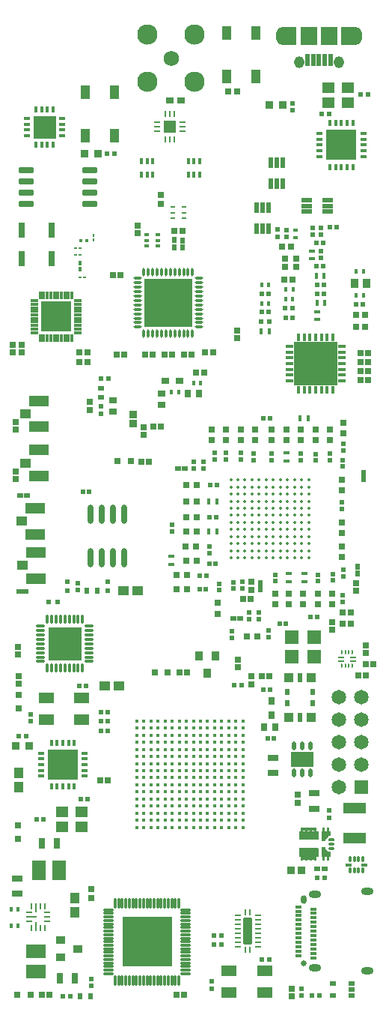
<source format=gts>
G04*
G04 #@! TF.GenerationSoftware,Altium Limited,Altium Designer,25.1.2 (22)*
G04*
G04 Layer_Color=8388736*
%FSLAX44Y44*%
%MOMM*%
G71*
G04*
G04 #@! TF.SameCoordinates,95D3A89C-EAAA-4EA1-B578-E8640D1D2C9C*
G04*
G04*
G04 #@! TF.FilePolarity,Negative*
G04*
G01*
G75*
%ADD20R,0.5121X0.5811*%
%ADD21R,0.4000X0.5000*%
%ADD24R,2.5000X1.2500*%
%ADD25R,0.7154X0.6725*%
%ADD33R,0.5200X0.5200*%
%ADD35R,0.5200X0.5200*%
%ADD37R,0.6000X0.5500*%
%ADD38R,0.5393X0.4725*%
%ADD39R,0.7581X0.8121*%
%ADD40R,1.2084X1.0121*%
%ADD42R,0.6725X0.5274*%
%ADD43R,0.3556X0.7366*%
%ADD44R,0.5811X0.5121*%
%ADD45R,0.5000X0.5000*%
%ADD48R,1.0121X1.2084*%
%ADD51R,0.6153X0.5725*%
%ADD52R,0.3500X0.6500*%
%ADD53R,0.5000X0.4000*%
%ADD54R,0.6725X0.7154*%
%ADD55R,0.4725X0.4682*%
%ADD56R,0.5153X0.4725*%
%ADD60R,0.6500X0.3500*%
%ADD61R,0.4682X0.4725*%
%ADD65R,0.4725X0.5153*%
%ADD66R,0.5725X0.6153*%
%ADD68R,0.2627X0.3541*%
%ADD69R,0.3541X0.2627*%
%ADD75R,2.3062X1.5549*%
%ADD76R,1.5549X2.3062*%
G04:AMPARAMS|DCode=77|XSize=0.625mm|YSize=0.25mm|CornerRadius=0.05mm|HoleSize=0mm|Usage=FLASHONLY|Rotation=180.000|XOffset=0mm|YOffset=0mm|HoleType=Round|Shape=RoundedRectangle|*
%AMROUNDEDRECTD77*
21,1,0.6250,0.1500,0,0,180.0*
21,1,0.5250,0.2500,0,0,180.0*
1,1,0.1000,-0.2625,0.0750*
1,1,0.1000,0.2625,0.0750*
1,1,0.1000,0.2625,-0.0750*
1,1,0.1000,-0.2625,-0.0750*
%
%ADD77ROUNDEDRECTD77*%
G04:AMPARAMS|DCode=78|XSize=0.25mm|YSize=0.675mm|CornerRadius=0.05mm|HoleSize=0mm|Usage=FLASHONLY|Rotation=180.000|XOffset=0mm|YOffset=0mm|HoleType=Round|Shape=RoundedRectangle|*
%AMROUNDEDRECTD78*
21,1,0.2500,0.5750,0,0,180.0*
21,1,0.1500,0.6750,0,0,180.0*
1,1,0.1000,-0.0750,0.2875*
1,1,0.1000,0.0750,0.2875*
1,1,0.1000,0.0750,-0.2875*
1,1,0.1000,-0.0750,-0.2875*
%
%ADD78ROUNDEDRECTD78*%
G04:AMPARAMS|DCode=79|XSize=0.25mm|YSize=0.975mm|CornerRadius=0.05mm|HoleSize=0mm|Usage=FLASHONLY|Rotation=180.000|XOffset=0mm|YOffset=0mm|HoleType=Round|Shape=RoundedRectangle|*
%AMROUNDEDRECTD79*
21,1,0.2500,0.8750,0,0,180.0*
21,1,0.1500,0.9750,0,0,180.0*
1,1,0.1000,-0.0750,0.4375*
1,1,0.1000,0.0750,0.4375*
1,1,0.1000,0.0750,-0.4375*
1,1,0.1000,-0.0750,-0.4375*
%
%ADD79ROUNDEDRECTD79*%
G04:AMPARAMS|DCode=80|XSize=1.225mm|YSize=0.25mm|CornerRadius=0.05mm|HoleSize=0mm|Usage=FLASHONLY|Rotation=180.000|XOffset=0mm|YOffset=0mm|HoleType=Round|Shape=RoundedRectangle|*
%AMROUNDEDRECTD80*
21,1,1.2250,0.1500,0,0,180.0*
21,1,1.1250,0.2500,0,0,180.0*
1,1,0.1000,-0.5625,0.0750*
1,1,0.1000,0.5625,0.0750*
1,1,0.1000,0.5625,-0.0750*
1,1,0.1000,-0.5625,-0.0750*
%
%ADD80ROUNDEDRECTD80*%
%ADD84C,0.4000*%
G04:AMPARAMS|DCode=86|XSize=0.6mm|YSize=0.25mm|CornerRadius=0.05mm|HoleSize=0mm|Usage=FLASHONLY|Rotation=0.000|XOffset=0mm|YOffset=0mm|HoleType=Round|Shape=RoundedRectangle|*
%AMROUNDEDRECTD86*
21,1,0.6000,0.1500,0,0,0.0*
21,1,0.5000,0.2500,0,0,0.0*
1,1,0.1000,0.2500,-0.0750*
1,1,0.1000,-0.2500,-0.0750*
1,1,0.1000,-0.2500,0.0750*
1,1,0.1000,0.2500,0.0750*
%
%ADD86ROUNDEDRECTD86*%
%ADD87R,0.4725X0.6725*%
%ADD89R,0.3500X0.8000*%
%ADD91R,2.5000X2.5000*%
%ADD93R,0.4500X0.6750*%
%ADD94R,0.6750X0.4500*%
%ADD95C,0.3556*%
%ADD96R,0.6096X0.2540*%
%ADD97R,0.7112X0.1778*%
G04:AMPARAMS|DCode=98|XSize=0.95mm|YSize=0.3mm|CornerRadius=0.15mm|HoleSize=0mm|Usage=FLASHONLY|Rotation=270.000|XOffset=0mm|YOffset=0mm|HoleType=Round|Shape=RoundedRectangle|*
%AMROUNDEDRECTD98*
21,1,0.9500,0.0000,0,0,270.0*
21,1,0.6500,0.3000,0,0,270.0*
1,1,0.3000,0.0000,-0.3250*
1,1,0.3000,0.0000,0.3250*
1,1,0.3000,0.0000,0.3250*
1,1,0.3000,0.0000,-0.3250*
%
%ADD98ROUNDEDRECTD98*%
G04:AMPARAMS|DCode=99|XSize=0.3mm|YSize=0.95mm|CornerRadius=0.15mm|HoleSize=0mm|Usage=FLASHONLY|Rotation=270.000|XOffset=0mm|YOffset=0mm|HoleType=Round|Shape=RoundedRectangle|*
%AMROUNDEDRECTD99*
21,1,0.3000,0.6500,0,0,270.0*
21,1,0.0000,0.9500,0,0,270.0*
1,1,0.3000,-0.3250,0.0000*
1,1,0.3000,-0.3250,0.0000*
1,1,0.3000,0.3250,0.0000*
1,1,0.3000,0.3250,0.0000*
%
%ADD99ROUNDEDRECTD99*%
%ADD100R,0.6393X0.5725*%
%ADD101R,0.5000X0.5000*%
%ADD102R,0.8121X0.7581*%
%ADD104R,1.5000X1.6000*%
%ADD106R,0.7000X0.3000*%
G04:AMPARAMS|DCode=107|XSize=0.25mm|YSize=0.6mm|CornerRadius=0.05mm|HoleSize=0mm|Usage=FLASHONLY|Rotation=0.000|XOffset=0mm|YOffset=0mm|HoleType=Round|Shape=RoundedRectangle|*
%AMROUNDEDRECTD107*
21,1,0.2500,0.5000,0,0,0.0*
21,1,0.1500,0.6000,0,0,0.0*
1,1,0.1000,0.0750,-0.2500*
1,1,0.1000,-0.0750,-0.2500*
1,1,0.1000,-0.0750,0.2500*
1,1,0.1000,0.0750,0.2500*
%
%ADD107ROUNDEDRECTD107*%
%ADD108R,0.8500X0.6500*%
%ADD109R,0.1778X0.7112*%
%ADD110R,1.4478X1.4478*%
%ADD111R,0.5000X0.3500*%
%ADD112R,5.5000X5.5000*%
%ADD113R,1.4000X1.2000*%
%ADD114R,0.9051X0.9062*%
%ADD115R,0.8000X1.7000*%
%ADD118R,1.0000X1.0000*%
%ADD121R,1.8000X1.2000*%
G04:AMPARAMS|DCode=123|XSize=0.2mm|YSize=0.5mm|CornerRadius=0.05mm|HoleSize=0mm|Usage=FLASHONLY|Rotation=0.000|XOffset=0mm|YOffset=0mm|HoleType=Round|Shape=RoundedRectangle|*
%AMROUNDEDRECTD123*
21,1,0.2000,0.4000,0,0,0.0*
21,1,0.1000,0.5000,0,0,0.0*
1,1,0.1000,0.0500,-0.2000*
1,1,0.1000,-0.0500,-0.2000*
1,1,0.1000,-0.0500,0.2000*
1,1,0.1000,0.0500,0.2000*
%
%ADD123ROUNDEDRECTD123*%
%ADD124R,0.8000X0.8000*%
%ADD129R,0.8000X0.8000*%
%ADD130R,0.9500X0.7000*%
%ADD131R,0.7000X0.9500*%
%ADD132R,0.8000X0.3500*%
%ADD134R,0.3500X0.4000*%
%ADD135R,0.5500X0.5500*%
%ADD139C,1.7300*%
%ADD143R,0.4627X0.5541*%
%ADD144R,0.6000X0.6500*%
%ADD145R,0.6000X1.0000*%
%ADD149R,2.3000X1.1500*%
%ADD150R,1.1500X1.1000*%
%ADD151R,1.0000X1.6000*%
%ADD152R,0.5500X0.5500*%
%ADD153R,0.9000X1.0000*%
%ADD154R,0.7500X0.7000*%
%ADD155R,3.8000X3.8000*%
%ADD156O,0.3800X1.0000*%
%ADD157O,1.0000X0.3800*%
%ADD158R,0.6500X0.7000*%
G04:AMPARAMS|DCode=159|XSize=0.5mm|YSize=0.75mm|CornerRadius=0.1mm|HoleSize=0mm|Usage=FLASHONLY|Rotation=270.000|XOffset=0mm|YOffset=0mm|HoleType=Round|Shape=RoundedRectangle|*
%AMROUNDEDRECTD159*
21,1,0.5000,0.5500,0,0,270.0*
21,1,0.3000,0.7500,0,0,270.0*
1,1,0.2000,-0.2750,-0.1500*
1,1,0.2000,-0.2750,0.1500*
1,1,0.2000,0.2750,0.1500*
1,1,0.2000,0.2750,-0.1500*
%
%ADD159ROUNDEDRECTD159*%
%ADD160R,0.7000X0.6500*%
%ADD161R,0.7000X0.7500*%
%ADD162R,0.8200X0.8200*%
%ADD163R,1.1500X1.1000*%
%ADD164R,2.3000X1.1500*%
%ADD165R,0.8500X0.4000*%
%ADD166R,0.4000X0.8500*%
%ADD167R,4.9000X4.9000*%
%ADD168R,0.9000X1.0500*%
%ADD169R,0.5500X1.1500*%
%ADD170R,1.1500X0.5500*%
G04:AMPARAMS|DCode=171|XSize=1.71mm|YSize=0.68mm|CornerRadius=0.1225mm|HoleSize=0mm|Usage=FLASHONLY|Rotation=180.000|XOffset=0mm|YOffset=0mm|HoleType=Round|Shape=RoundedRectangle|*
%AMROUNDEDRECTD171*
21,1,1.7100,0.4350,0,0,180.0*
21,1,1.4650,0.6800,0,0,180.0*
1,1,0.2450,-0.7325,0.2175*
1,1,0.2450,0.7325,0.2175*
1,1,0.2450,0.7325,-0.2175*
1,1,0.2450,-0.7325,-0.2175*
%
%ADD171ROUNDEDRECTD171*%
%ADD172O,0.3000X1.2500*%
%ADD173O,1.2500X0.3000*%
%ADD174R,5.5500X5.5500*%
%ADD175R,1.1500X0.7500*%
%ADD176R,0.7500X1.1500*%
%ADD177O,0.7500X0.4000*%
%ADD178O,0.4000X0.7500*%
%ADD179R,3.5000X3.5000*%
%ADD180R,0.7500X0.7500*%
%ADD181R,1.9000X2.0000*%
%ADD182R,0.5000X1.4500*%
%ADD183R,3.4000X3.4000*%
%ADD184R,0.8000X0.7500*%
%ADD185C,0.0262*%
G04:AMPARAMS|DCode=186|XSize=1mm|YSize=3mm|CornerRadius=0.05mm|HoleSize=0mm|Usage=FLASHONLY|Rotation=0.000|XOffset=0mm|YOffset=0mm|HoleType=Round|Shape=RoundedRectangle|*
%AMROUNDEDRECTD186*
21,1,1.0000,2.9000,0,0,0.0*
21,1,0.9000,3.0000,0,0,0.0*
1,1,0.1000,0.4500,-1.4500*
1,1,0.1000,-0.4500,-1.4500*
1,1,0.1000,-0.4500,1.4500*
1,1,0.1000,0.4500,1.4500*
%
%ADD186ROUNDEDRECTD186*%
%ADD187R,1.0000X0.9000*%
%ADD188O,0.7000X2.1500*%
%ADD189R,2.5000X1.7500*%
%ADD190O,0.5000X1.0000*%
G04:AMPARAMS|DCode=191|XSize=0.4mm|YSize=0.7mm|CornerRadius=0.0995mm|HoleSize=0mm|Usage=FLASHONLY|Rotation=90.000|XOffset=0mm|YOffset=0mm|HoleType=Round|Shape=RoundedRectangle|*
%AMROUNDEDRECTD191*
21,1,0.4000,0.5010,0,0,90.0*
21,1,0.2010,0.7000,0,0,90.0*
1,1,0.1990,0.2505,0.1005*
1,1,0.1990,0.2505,-0.1005*
1,1,0.1990,-0.2505,-0.1005*
1,1,0.1990,-0.2505,0.1005*
%
%ADD191ROUNDEDRECTD191*%
%ADD192R,0.3200X0.9100*%
%ADD193R,0.7750X0.7000*%
%ADD194R,0.7000X0.7750*%
%ADD195R,0.6500X0.6000*%
%ADD196R,0.6500X0.6500*%
%ADD197R,0.6800X0.6400*%
%ADD198R,0.9000X0.9000*%
%ADD199R,0.7200X0.7600*%
G04:AMPARAMS|DCode=200|XSize=0.7mm|YSize=0.2mm|CornerRadius=0.05mm|HoleSize=0mm|Usage=FLASHONLY|Rotation=0.000|XOffset=0mm|YOffset=0mm|HoleType=Round|Shape=RoundedRectangle|*
%AMROUNDEDRECTD200*
21,1,0.7000,0.1000,0,0,0.0*
21,1,0.6000,0.2000,0,0,0.0*
1,1,0.1000,0.3000,-0.0500*
1,1,0.1000,-0.3000,-0.0500*
1,1,0.1000,-0.3000,0.0500*
1,1,0.1000,0.3000,0.0500*
%
%ADD200ROUNDEDRECTD200*%
G04:AMPARAMS|DCode=201|XSize=0.3mm|YSize=0.65mm|CornerRadius=0.1mm|HoleSize=0mm|Usage=FLASHONLY|Rotation=180.000|XOffset=0mm|YOffset=0mm|HoleType=Round|Shape=RoundedRectangle|*
%AMROUNDEDRECTD201*
21,1,0.3000,0.4500,0,0,180.0*
21,1,0.1000,0.6500,0,0,180.0*
1,1,0.2000,-0.0500,0.2250*
1,1,0.2000,0.0500,0.2250*
1,1,0.2000,0.0500,-0.2250*
1,1,0.2000,-0.0500,-0.2250*
%
%ADD201ROUNDEDRECTD201*%
%ADD202R,0.9100X0.3200*%
%ADD203C,0.0344*%
%ADD204R,0.6200X0.6600*%
%ADD205R,1.6750X2.0000*%
%ADD206R,1.6750X2.0000*%
%ADD207O,1.3000X2.0000*%
%ADD208O,1.1500X1.3500*%
%ADD209C,2.3000*%
%ADD210C,1.6500*%
%ADD211R,1.6500X1.6500*%
%ADD212C,0.6500*%
G04:AMPARAMS|DCode=213|XSize=0.95mm|YSize=0.65mm|CornerRadius=0.325mm|HoleSize=0mm|Usage=FLASHONLY|Rotation=90.000|XOffset=0mm|YOffset=0mm|HoleType=Round|Shape=RoundedRectangle|*
%AMROUNDEDRECTD213*
21,1,0.9500,0.0000,0,0,90.0*
21,1,0.3000,0.6500,0,0,90.0*
1,1,0.6500,0.0000,0.1500*
1,1,0.6500,0.0000,-0.1500*
1,1,0.6500,0.0000,-0.1500*
1,1,0.6500,0.0000,0.1500*
%
%ADD213ROUNDEDRECTD213*%
G04:AMPARAMS|DCode=214|XSize=0.8mm|YSize=1.4mm|CornerRadius=0.4mm|HoleSize=0mm|Usage=FLASHONLY|Rotation=90.000|XOffset=0mm|YOffset=0mm|HoleType=Round|Shape=RoundedRectangle|*
%AMROUNDEDRECTD214*
21,1,0.8000,0.6000,0,0,90.0*
21,1,0.0000,1.4000,0,0,90.0*
1,1,0.8000,0.3000,0.0000*
1,1,0.8000,0.3000,0.0000*
1,1,0.8000,-0.3000,0.0000*
1,1,0.8000,-0.3000,0.0000*
%
%ADD214ROUNDEDRECTD214*%
%ADD215C,0.4064*%
G36*
X366900Y356500D02*
Y353500D01*
X367400Y353000D01*
X368650D01*
X369150Y352500D01*
Y347750D01*
X368650Y347250D01*
X366580D01*
X366220Y347100D01*
X362750Y343630D01*
X362600Y343270D01*
Y342400D01*
X362100Y341900D01*
X358900Y341900D01*
X358400Y342400D01*
Y352500D01*
X358900Y353000D01*
X359400Y353500D01*
Y356500D01*
X359900Y357000D01*
X361400D01*
X361900Y356500D01*
Y353500D01*
X362400Y353000D01*
X363900D01*
X364400Y353500D01*
Y356500D01*
X364900Y357000D01*
X366400D01*
X366900Y356500D01*
D02*
G37*
G36*
X352750D02*
X352750Y353500D01*
X353250Y353000D01*
X354400D01*
X354900Y352500D01*
X354900Y343500D01*
X354400Y343000D01*
X333400D01*
X332900Y343500D01*
Y352500D01*
X333400Y353000D01*
X334750D01*
X335250Y353500D01*
Y356500D01*
X335750Y357000D01*
X337250D01*
X337750Y356500D01*
Y353500D01*
X338250Y353000D01*
X339750D01*
X340250Y353500D01*
Y356500D01*
X340750Y357000D01*
X342250D01*
X342750Y356500D01*
Y353500D01*
X343250Y353000D01*
X344750D01*
X345250Y353500D01*
Y356500D01*
X345750Y357000D01*
X347250D01*
X347750Y356500D01*
Y353500D01*
X348250Y353000D01*
X349750D01*
X350250Y353500D01*
X350250Y356500D01*
X350750Y357000D01*
X352250Y357000D01*
X352750Y356500D01*
D02*
G37*
G36*
X373150Y344100D02*
Y342900D01*
X372150Y341900D01*
X367150D01*
X366150Y342900D01*
Y344100D01*
X367150Y345100D01*
X372150D01*
X373150Y344100D01*
D02*
G37*
G36*
Y339100D02*
Y337900D01*
X372150Y336900D01*
X367150D01*
X366150Y337900D01*
Y339100D01*
X367150Y340100D01*
X372150D01*
X373150Y339100D01*
D02*
G37*
G36*
Y334100D02*
Y332900D01*
X372150Y331900D01*
X367150D01*
X366150Y332900D01*
Y334100D01*
X367150Y335100D01*
X372150D01*
X373150Y334100D01*
D02*
G37*
G36*
X362600Y334600D02*
Y333730D01*
X362750Y333370D01*
X366220Y329900D01*
X366580Y329750D01*
X368650D01*
X369150Y329250D01*
Y324500D01*
X368650Y324000D01*
X367400D01*
X366900Y323500D01*
Y320500D01*
X366400Y320000D01*
X364900D01*
X364400Y320500D01*
Y323500D01*
X363900Y324000D01*
X362400D01*
X361900Y323500D01*
Y320500D01*
X361400Y320000D01*
X359900D01*
X359400Y320500D01*
Y323500D01*
X358900Y324000D01*
X358400Y324500D01*
Y334600D01*
X358900Y335100D01*
X362100Y335100D01*
X362600Y334600D01*
D02*
G37*
G36*
X354900Y333500D02*
X354900Y324500D01*
X354400Y324000D01*
X353250D01*
X352750Y323500D01*
X352750Y320500D01*
X352250Y320000D01*
X350750Y320000D01*
X350250Y320500D01*
X350250Y323500D01*
X349750Y324000D01*
X348250D01*
X347750Y323500D01*
Y320500D01*
X347250Y320000D01*
X345750D01*
X345250Y320500D01*
Y323500D01*
X344750Y324000D01*
X343250D01*
X342750Y323500D01*
X342750Y320500D01*
X342250Y320000D01*
X340750D01*
X340250Y320500D01*
Y323500D01*
X339750Y324000D01*
X338250D01*
X337750Y323500D01*
Y320500D01*
X337250Y320000D01*
X335750D01*
X335250Y320500D01*
Y323500D01*
X334750Y324000D01*
X333400D01*
X332900Y324500D01*
Y333500D01*
X333400Y334000D01*
X354400D01*
X354900Y333500D01*
D02*
G37*
D20*
X335209Y779520D02*
D03*
Y772210D02*
D03*
X383420Y783155D02*
D03*
X382043Y772054D02*
D03*
X367589Y771904D02*
D03*
X351589Y771404D02*
D03*
X281782Y772154D02*
D03*
X267589Y772905D02*
D03*
X301589Y771904D02*
D03*
X237590Y772905D02*
D03*
X250589D02*
D03*
X381589Y724215D02*
D03*
X370943Y643222D02*
D03*
X383589Y640536D02*
D03*
X354720Y642619D02*
D03*
X306243Y642476D02*
D03*
X287319Y599783D02*
D03*
X298589Y579215D02*
D03*
X276839Y599715D02*
D03*
X257419Y578590D02*
D03*
X242690Y632215D02*
D03*
X224827Y769715D02*
D03*
X231351Y666904D02*
D03*
X213827Y769715D02*
D03*
X189589Y698560D02*
D03*
X257419Y571279D02*
D03*
X189589Y691249D02*
D03*
X382589Y611904D02*
D03*
Y619215D02*
D03*
X269298Y634215D02*
D03*
Y626904D02*
D03*
X258496Y634053D02*
D03*
Y626743D02*
D03*
X354720Y635308D02*
D03*
X381589Y716904D02*
D03*
X351589Y778715D02*
D03*
X298589Y571904D02*
D03*
X242690Y624904D02*
D03*
X382043Y764743D02*
D03*
X367589Y779215D02*
D03*
X383420Y790465D02*
D03*
X250589Y780215D02*
D03*
X267589D02*
D03*
X383589Y647847D02*
D03*
X370943Y635911D02*
D03*
X306243Y635165D02*
D03*
X231351Y674215D02*
D03*
X301589Y779215D02*
D03*
X237590Y780215D02*
D03*
X281782Y779465D02*
D03*
X213827Y762404D02*
D03*
X224827D02*
D03*
X276839Y592405D02*
D03*
X287319Y592472D02*
D03*
D21*
X7000Y246103D02*
D03*
X15000D02*
D03*
X7000Y265000D02*
D03*
X15000D02*
D03*
X318224Y964577D02*
D03*
X326224D02*
D03*
X397752Y984770D02*
D03*
X405751D02*
D03*
Y957770D02*
D03*
X397752D02*
D03*
X326044Y954237D02*
D03*
X318044D02*
D03*
X298801Y949055D02*
D03*
X290802D02*
D03*
X298751Y969770D02*
D03*
X290752D02*
D03*
X221523Y859097D02*
D03*
X213523D02*
D03*
X196737Y848847D02*
D03*
X188737D02*
D03*
D24*
X396000Y345000D02*
D03*
Y379000D02*
D03*
D25*
X253214Y1188000D02*
D03*
X262786D02*
D03*
X316008Y976087D02*
D03*
X325580D02*
D03*
X407537Y922770D02*
D03*
X397966D02*
D03*
X407537Y935770D02*
D03*
X397966D02*
D03*
X314104Y1012782D02*
D03*
X323675D02*
D03*
X225821Y871096D02*
D03*
X216250D02*
D03*
X201335Y1031152D02*
D03*
X191764D02*
D03*
D33*
X367000Y1163000D02*
D03*
X359000D02*
D03*
X291000Y208000D02*
D03*
X299000D02*
D03*
X86000Y389000D02*
D03*
X94000D02*
D03*
X92000Y517107D02*
D03*
X84000D02*
D03*
X117000Y864000D02*
D03*
X109000D02*
D03*
X66000Y166000D02*
D03*
X74000D02*
D03*
X237000Y224870D02*
D03*
X36000Y366623D02*
D03*
X411000Y1185000D02*
D03*
X348000Y167000D02*
D03*
X356000D02*
D03*
X237000Y235000D02*
D03*
X245000Y224870D02*
D03*
Y235000D02*
D03*
X403000Y1185000D02*
D03*
X44000Y366623D02*
D03*
D35*
X234000Y175000D02*
D03*
Y183000D02*
D03*
X29000Y485000D02*
D03*
Y477000D02*
D03*
X98000Y178000D02*
D03*
Y186000D02*
D03*
X336000Y167000D02*
D03*
X108859Y824529D02*
D03*
X82234Y632898D02*
D03*
Y624898D02*
D03*
X108859Y832529D02*
D03*
X336000Y175000D02*
D03*
D37*
X109250Y477000D02*
D03*
X116750D02*
D03*
X109250Y466000D02*
D03*
Y487000D02*
D03*
X116750D02*
D03*
Y466000D02*
D03*
D38*
X297334Y458000D02*
D03*
X304666D02*
D03*
X292950Y512620D02*
D03*
X300282D02*
D03*
D39*
X306270Y470000D02*
D03*
X293730D02*
D03*
X220007Y846846D02*
D03*
X207467D02*
D03*
D40*
X134080Y624299D02*
D03*
X150117D02*
D03*
X112981Y517000D02*
D03*
X129019D02*
D03*
D42*
X109000Y843275D02*
D03*
Y852725D02*
D03*
D43*
X167564Y1109775D02*
D03*
X161064D02*
D03*
X154564D02*
D03*
Y1094027D02*
D03*
X161064D02*
D03*
X167564D02*
D03*
X220564Y1109775D02*
D03*
X207564D02*
D03*
X214064Y1094027D02*
D03*
Y1109775D02*
D03*
X207564Y1094027D02*
D03*
X220564D02*
D03*
D44*
X88345Y736000D02*
D03*
X95655D02*
D03*
X292934Y819560D02*
D03*
X239753Y743560D02*
D03*
X346184Y595196D02*
D03*
X318245Y587560D02*
D03*
X239003Y707426D02*
D03*
X238841Y655215D02*
D03*
X228245Y641560D02*
D03*
X227753Y626560D02*
D03*
X231531Y655215D02*
D03*
X310934Y587560D02*
D03*
X231692Y707426D02*
D03*
X232442Y743560D02*
D03*
X220442Y626560D02*
D03*
X220934Y641560D02*
D03*
X300245Y819560D02*
D03*
X353495Y595196D02*
D03*
D45*
X60000Y612000D02*
D03*
X50000D02*
D03*
D48*
X16000Y418898D02*
D03*
Y402861D02*
D03*
X79000Y261499D02*
D03*
Y277537D02*
D03*
D51*
X290466Y928770D02*
D03*
X299037D02*
D03*
X317289Y943445D02*
D03*
X325860D02*
D03*
X259714Y518000D02*
D03*
X362286Y300000D02*
D03*
X353714D02*
D03*
X268286Y518000D02*
D03*
D52*
X290501Y917770D02*
D03*
X299002D02*
D03*
X361085Y980096D02*
D03*
X352586D02*
D03*
X361772Y949244D02*
D03*
X353272D02*
D03*
D53*
X328731Y1031462D02*
D03*
Y1023462D02*
D03*
D54*
X329976Y999633D02*
D03*
Y990062D02*
D03*
X316975Y999633D02*
D03*
Y990062D02*
D03*
X96556Y828319D02*
D03*
X331617Y384840D02*
D03*
Y394411D02*
D03*
X96556Y837890D02*
D03*
X176507Y1071127D02*
D03*
Y1061556D02*
D03*
D55*
X348389Y1034653D02*
D03*
Y1026610D02*
D03*
D56*
X353122Y1017358D02*
D03*
X360693D02*
D03*
X318220Y933074D02*
D03*
X325792D02*
D03*
X298512Y939406D02*
D03*
X290941D02*
D03*
X405537Y947770D02*
D03*
X397966D02*
D03*
X353576Y969589D02*
D03*
X361147D02*
D03*
X353576Y959858D02*
D03*
X361147D02*
D03*
X375574Y1035000D02*
D03*
X368002D02*
D03*
X360385Y990684D02*
D03*
X352814D02*
D03*
D60*
X353715Y931339D02*
D03*
Y939839D02*
D03*
X347795Y999894D02*
D03*
Y1008394D02*
D03*
D61*
X298773Y959770D02*
D03*
X290730D02*
D03*
D65*
X358228Y1034285D02*
D03*
Y1026714D02*
D03*
X318722Y1031748D02*
D03*
Y1024176D02*
D03*
X358114Y1000304D02*
D03*
Y1007876D02*
D03*
D66*
X308788Y1023715D02*
D03*
Y1032286D02*
D03*
X367000Y376286D02*
D03*
Y367714D02*
D03*
D68*
X100283Y1026056D02*
D03*
Y1020970D02*
D03*
D69*
X80093Y1011684D02*
D03*
X85179D02*
D03*
X80000Y1004000D02*
D03*
X90543Y978000D02*
D03*
X85457D02*
D03*
X85086Y1004000D02*
D03*
D75*
X35203Y217132D02*
D03*
Y194619D02*
D03*
D76*
X61257Y309000D02*
D03*
X38744D02*
D03*
D77*
X48202Y250875D02*
D03*
Y255875D02*
D03*
Y260875D02*
D03*
X27452D02*
D03*
Y250875D02*
D03*
D78*
X45328Y268000D02*
D03*
X40327D02*
D03*
X30327D02*
D03*
Y243750D02*
D03*
X40327D02*
D03*
X45328D02*
D03*
D79*
X35328Y266500D02*
D03*
Y245250D02*
D03*
D80*
X30452Y255875D02*
D03*
D84*
X149531Y357298D02*
D03*
Y365298D02*
D03*
Y373298D02*
D03*
Y381297D02*
D03*
Y389297D02*
D03*
Y397298D02*
D03*
Y405298D02*
D03*
Y413298D02*
D03*
Y421297D02*
D03*
Y429297D02*
D03*
Y437298D02*
D03*
Y445298D02*
D03*
Y453298D02*
D03*
Y461297D02*
D03*
Y469297D02*
D03*
Y477298D02*
D03*
X157531Y357298D02*
D03*
Y365298D02*
D03*
Y373298D02*
D03*
Y381297D02*
D03*
Y389297D02*
D03*
Y397298D02*
D03*
Y405298D02*
D03*
Y413298D02*
D03*
Y421297D02*
D03*
Y429297D02*
D03*
Y437298D02*
D03*
Y445298D02*
D03*
Y453298D02*
D03*
Y461297D02*
D03*
Y469297D02*
D03*
Y477298D02*
D03*
X165531Y357298D02*
D03*
Y365298D02*
D03*
Y373298D02*
D03*
Y381297D02*
D03*
Y389297D02*
D03*
Y397298D02*
D03*
Y405298D02*
D03*
Y413298D02*
D03*
Y421297D02*
D03*
Y429297D02*
D03*
Y437298D02*
D03*
Y445298D02*
D03*
Y453298D02*
D03*
Y461297D02*
D03*
Y469297D02*
D03*
Y477298D02*
D03*
X173531Y357298D02*
D03*
Y365298D02*
D03*
Y373298D02*
D03*
Y381297D02*
D03*
Y389297D02*
D03*
Y397298D02*
D03*
Y405298D02*
D03*
Y413298D02*
D03*
Y421297D02*
D03*
Y429297D02*
D03*
Y437298D02*
D03*
Y445298D02*
D03*
Y453298D02*
D03*
Y461297D02*
D03*
Y469297D02*
D03*
Y477298D02*
D03*
X181531Y357298D02*
D03*
Y365298D02*
D03*
Y373298D02*
D03*
Y381297D02*
D03*
Y389297D02*
D03*
Y397298D02*
D03*
Y405298D02*
D03*
Y413298D02*
D03*
Y421297D02*
D03*
Y429297D02*
D03*
Y437298D02*
D03*
Y445298D02*
D03*
Y453298D02*
D03*
Y461297D02*
D03*
Y469297D02*
D03*
Y477298D02*
D03*
X189531Y357298D02*
D03*
Y365298D02*
D03*
Y373298D02*
D03*
Y381297D02*
D03*
Y389297D02*
D03*
Y397298D02*
D03*
Y405298D02*
D03*
Y413298D02*
D03*
Y421297D02*
D03*
Y429297D02*
D03*
Y437298D02*
D03*
Y445298D02*
D03*
Y453298D02*
D03*
Y461297D02*
D03*
Y469297D02*
D03*
Y477298D02*
D03*
X197531Y357298D02*
D03*
Y365298D02*
D03*
Y373298D02*
D03*
Y381297D02*
D03*
Y389297D02*
D03*
Y397298D02*
D03*
Y405298D02*
D03*
Y413298D02*
D03*
Y421297D02*
D03*
Y429297D02*
D03*
Y437298D02*
D03*
Y445298D02*
D03*
Y453298D02*
D03*
Y461297D02*
D03*
Y469297D02*
D03*
Y477298D02*
D03*
X205531Y357298D02*
D03*
Y365298D02*
D03*
Y373298D02*
D03*
Y381297D02*
D03*
Y389297D02*
D03*
Y397298D02*
D03*
Y405298D02*
D03*
Y413298D02*
D03*
Y421297D02*
D03*
Y429297D02*
D03*
Y437298D02*
D03*
Y445298D02*
D03*
Y453298D02*
D03*
Y461297D02*
D03*
Y469297D02*
D03*
Y477298D02*
D03*
X213531Y357298D02*
D03*
Y365298D02*
D03*
Y373298D02*
D03*
Y381297D02*
D03*
Y389297D02*
D03*
Y397298D02*
D03*
Y405298D02*
D03*
Y413298D02*
D03*
Y421297D02*
D03*
Y429297D02*
D03*
Y437298D02*
D03*
Y445298D02*
D03*
Y453298D02*
D03*
Y461297D02*
D03*
Y469297D02*
D03*
Y477298D02*
D03*
X221531Y357298D02*
D03*
Y365298D02*
D03*
Y373298D02*
D03*
Y381297D02*
D03*
Y389297D02*
D03*
Y397298D02*
D03*
Y405298D02*
D03*
Y413298D02*
D03*
Y421297D02*
D03*
Y429297D02*
D03*
Y437298D02*
D03*
Y445298D02*
D03*
Y453298D02*
D03*
Y461297D02*
D03*
Y469297D02*
D03*
Y477298D02*
D03*
X229531Y357298D02*
D03*
Y365298D02*
D03*
Y373298D02*
D03*
Y381297D02*
D03*
Y389297D02*
D03*
Y397298D02*
D03*
Y405298D02*
D03*
Y413298D02*
D03*
Y421297D02*
D03*
Y429297D02*
D03*
Y437298D02*
D03*
Y445298D02*
D03*
Y453298D02*
D03*
Y461297D02*
D03*
Y469297D02*
D03*
Y477298D02*
D03*
X237531Y357298D02*
D03*
Y365298D02*
D03*
Y373298D02*
D03*
Y381297D02*
D03*
Y389297D02*
D03*
Y397298D02*
D03*
Y405298D02*
D03*
Y413298D02*
D03*
Y421297D02*
D03*
Y429297D02*
D03*
Y437298D02*
D03*
Y445298D02*
D03*
Y453298D02*
D03*
Y461297D02*
D03*
Y469297D02*
D03*
Y477298D02*
D03*
X245531Y357298D02*
D03*
Y365298D02*
D03*
Y373298D02*
D03*
Y381297D02*
D03*
Y389297D02*
D03*
Y397298D02*
D03*
Y405298D02*
D03*
Y413298D02*
D03*
Y421297D02*
D03*
Y429297D02*
D03*
Y437298D02*
D03*
Y445298D02*
D03*
Y453298D02*
D03*
Y461297D02*
D03*
Y469297D02*
D03*
Y477298D02*
D03*
X253531Y357298D02*
D03*
Y365298D02*
D03*
Y373298D02*
D03*
Y381297D02*
D03*
Y389297D02*
D03*
Y397298D02*
D03*
Y405298D02*
D03*
Y413298D02*
D03*
Y421297D02*
D03*
Y429297D02*
D03*
Y437298D02*
D03*
Y445298D02*
D03*
Y453298D02*
D03*
Y461297D02*
D03*
Y469297D02*
D03*
Y477298D02*
D03*
X261531Y357298D02*
D03*
Y365298D02*
D03*
Y373298D02*
D03*
Y381297D02*
D03*
Y389297D02*
D03*
Y397298D02*
D03*
Y405298D02*
D03*
Y413298D02*
D03*
Y421297D02*
D03*
Y429297D02*
D03*
Y437298D02*
D03*
Y445298D02*
D03*
Y453298D02*
D03*
Y461297D02*
D03*
Y469297D02*
D03*
Y477298D02*
D03*
X269531Y357298D02*
D03*
Y365298D02*
D03*
Y373298D02*
D03*
Y381297D02*
D03*
Y389297D02*
D03*
Y397298D02*
D03*
Y405298D02*
D03*
Y413298D02*
D03*
Y421297D02*
D03*
Y429297D02*
D03*
Y437298D02*
D03*
Y445298D02*
D03*
Y453298D02*
D03*
Y461297D02*
D03*
Y469297D02*
D03*
Y477298D02*
D03*
D86*
X263500Y247588D02*
D03*
Y252588D02*
D03*
Y242588D02*
D03*
Y237588D02*
D03*
Y257588D02*
D03*
Y232588D02*
D03*
Y227588D02*
D03*
Y222588D02*
D03*
X286500D02*
D03*
Y227588D02*
D03*
Y232588D02*
D03*
Y237588D02*
D03*
Y242588D02*
D03*
Y247588D02*
D03*
Y252588D02*
D03*
Y257588D02*
D03*
D87*
X97000Y166000D02*
D03*
X92638Y624585D02*
D03*
X85000Y166000D02*
D03*
X104638Y624585D02*
D03*
D89*
X54750Y1168000D02*
D03*
X35250D02*
D03*
X41750D02*
D03*
X48250D02*
D03*
X54750Y1128000D02*
D03*
X48250D02*
D03*
X41750D02*
D03*
X35250D02*
D03*
D91*
X45000Y1148000D02*
D03*
D93*
X343214Y819560D02*
D03*
X240370Y725559D02*
D03*
X240225Y691553D02*
D03*
X230975D02*
D03*
X333964Y819560D02*
D03*
X231120Y725559D02*
D03*
D94*
X318815Y771184D02*
D03*
X339213Y643961D02*
D03*
X321589Y644184D02*
D03*
X188589Y654184D02*
D03*
Y663435D02*
D03*
X339213Y634711D02*
D03*
X321589Y634935D02*
D03*
X318815Y780435D02*
D03*
D95*
X327846Y733566D02*
D03*
X303846D02*
D03*
X287847D02*
D03*
X271847D02*
D03*
X327846Y709563D02*
D03*
Y725565D02*
D03*
X319846Y717564D02*
D03*
X327846Y701562D02*
D03*
X319846Y693561D02*
D03*
X311847Y701562D02*
D03*
Y717564D02*
D03*
Y709563D02*
D03*
Y693561D02*
D03*
X327846Y677559D02*
D03*
Y685560D02*
D03*
X303846Y717564D02*
D03*
X295847D02*
D03*
Y725565D02*
D03*
Y709563D02*
D03*
X287847Y725565D02*
D03*
Y709563D02*
D03*
X279846D02*
D03*
X303846Y693561D02*
D03*
X295847D02*
D03*
Y701562D02*
D03*
X303846Y677559D02*
D03*
X295847Y685560D02*
D03*
X279846Y701562D02*
D03*
Y693561D02*
D03*
X287847Y677559D02*
D03*
X271847Y725565D02*
D03*
Y717564D02*
D03*
Y709563D02*
D03*
Y685560D02*
D03*
Y677559D02*
D03*
X287847Y669558D02*
D03*
X343846Y661557D02*
D03*
X335846D02*
D03*
X327846D02*
D03*
X319846D02*
D03*
X311847D02*
D03*
X303846D02*
D03*
X295847D02*
D03*
X287847D02*
D03*
X279846D02*
D03*
X271847D02*
D03*
X263847D02*
D03*
X255847D02*
D03*
X343846Y669558D02*
D03*
X335846D02*
D03*
X327846D02*
D03*
X319846D02*
D03*
X311847D02*
D03*
X303846D02*
D03*
X295847D02*
D03*
X279846D02*
D03*
X271847D02*
D03*
X263847D02*
D03*
X255847D02*
D03*
X343846Y677559D02*
D03*
X335846D02*
D03*
X319846D02*
D03*
X311847D02*
D03*
X295847D02*
D03*
X279846D02*
D03*
X263847D02*
D03*
X255847D02*
D03*
X343846Y685560D02*
D03*
X335846D02*
D03*
X319846D02*
D03*
X311847D02*
D03*
X303846D02*
D03*
X287847D02*
D03*
X279846D02*
D03*
X263847D02*
D03*
X255847D02*
D03*
X343846Y693561D02*
D03*
X335846D02*
D03*
X327846D02*
D03*
X287847D02*
D03*
X271847D02*
D03*
X263847D02*
D03*
X255847D02*
D03*
X343846Y701562D02*
D03*
X335846D02*
D03*
X319846D02*
D03*
X303846D02*
D03*
X287847D02*
D03*
X271847D02*
D03*
X263847D02*
D03*
X255847D02*
D03*
X343846Y709563D02*
D03*
X335846D02*
D03*
X319846D02*
D03*
X303846D02*
D03*
X263847D02*
D03*
X255847D02*
D03*
X343846Y717564D02*
D03*
X335846D02*
D03*
X327846D02*
D03*
X287847D02*
D03*
X279846D02*
D03*
X263847D02*
D03*
X255847D02*
D03*
X343846Y725565D02*
D03*
X335846D02*
D03*
X319846D02*
D03*
X311847D02*
D03*
X303846D02*
D03*
X279846D02*
D03*
X263847D02*
D03*
X255847D02*
D03*
X343846Y733566D02*
D03*
X335846D02*
D03*
X319846D02*
D03*
X311847D02*
D03*
X295847D02*
D03*
X279846D02*
D03*
X263847D02*
D03*
X255847D02*
D03*
X343846Y741567D02*
D03*
X335846D02*
D03*
X327846D02*
D03*
X319846D02*
D03*
X311847D02*
D03*
X303846D02*
D03*
X295847D02*
D03*
X287847D02*
D03*
X279846D02*
D03*
X271847D02*
D03*
X263847D02*
D03*
X255847D02*
D03*
X343846Y749568D02*
D03*
X335846D02*
D03*
X327846D02*
D03*
X319846D02*
D03*
X311847D02*
D03*
X303846D02*
D03*
X295847D02*
D03*
X287847D02*
D03*
X279846D02*
D03*
X271847D02*
D03*
X263847D02*
D03*
X255847D02*
D03*
D96*
X202757Y1051342D02*
D03*
Y1057842D02*
D03*
X190257Y1051342D02*
D03*
X202757Y1044842D02*
D03*
X190257D02*
D03*
Y1057842D02*
D03*
D97*
X201542Y1143423D02*
D03*
Y1153423D02*
D03*
Y1148423D02*
D03*
X172586D02*
D03*
Y1143423D02*
D03*
Y1153423D02*
D03*
D98*
X202500Y984193D02*
D03*
X187500D02*
D03*
X182500D02*
D03*
X167500D02*
D03*
X192500Y915193D02*
D03*
X212500D02*
D03*
X207500D02*
D03*
X202500D02*
D03*
X197500D02*
D03*
X187500D02*
D03*
X182500D02*
D03*
X177500D02*
D03*
X172500D02*
D03*
X167500D02*
D03*
X162500D02*
D03*
X157500D02*
D03*
Y984193D02*
D03*
X162500D02*
D03*
X172500D02*
D03*
X177500D02*
D03*
X192500D02*
D03*
X197500D02*
D03*
X207500D02*
D03*
X212500D02*
D03*
D99*
X219500Y962193D02*
D03*
Y977193D02*
D03*
Y927193D02*
D03*
X150500Y962193D02*
D03*
Y947193D02*
D03*
Y942193D02*
D03*
Y927193D02*
D03*
Y922193D02*
D03*
X219500Y972193D02*
D03*
Y967193D02*
D03*
Y957193D02*
D03*
Y952193D02*
D03*
Y947193D02*
D03*
Y942193D02*
D03*
Y937193D02*
D03*
Y932193D02*
D03*
Y922193D02*
D03*
X150500Y932193D02*
D03*
Y937193D02*
D03*
Y952193D02*
D03*
Y957193D02*
D03*
Y967193D02*
D03*
Y972193D02*
D03*
Y977193D02*
D03*
D100*
X362066Y310625D02*
D03*
X353734D02*
D03*
D101*
X71099Y634299D02*
D03*
X116099D02*
D03*
X71099Y624299D02*
D03*
X116099D02*
D03*
D102*
X122383Y827241D02*
D03*
X177650Y834827D02*
D03*
X122383Y839781D02*
D03*
X177650Y847366D02*
D03*
D104*
X350289Y549560D02*
D03*
X324889D02*
D03*
X350289Y571560D02*
D03*
X324889D02*
D03*
D106*
X349000Y210000D02*
D03*
Y265000D02*
D03*
X332000Y267500D02*
D03*
Y212500D02*
D03*
Y217500D02*
D03*
Y222500D02*
D03*
Y227500D02*
D03*
Y232500D02*
D03*
Y237500D02*
D03*
Y242500D02*
D03*
Y247500D02*
D03*
Y252500D02*
D03*
Y257500D02*
D03*
Y262500D02*
D03*
X349000Y260000D02*
D03*
Y255000D02*
D03*
Y250000D02*
D03*
Y245000D02*
D03*
Y240000D02*
D03*
Y235000D02*
D03*
Y230000D02*
D03*
Y225000D02*
D03*
Y220000D02*
D03*
Y215000D02*
D03*
D107*
X277500Y261589D02*
D03*
Y218588D02*
D03*
X272500D02*
D03*
Y261589D02*
D03*
D108*
X199314Y1177901D02*
D03*
X186814D02*
D03*
D109*
X192064Y1162901D02*
D03*
X187064Y1133945D02*
D03*
X182064Y1162901D02*
D03*
X187064D02*
D03*
X182064Y1133945D02*
D03*
X192064D02*
D03*
D110*
X187064Y1148423D02*
D03*
D111*
X173600Y1020096D02*
D03*
Y1026596D02*
D03*
X160900Y1020096D02*
D03*
X173600Y1013596D02*
D03*
X160900D02*
D03*
Y1026596D02*
D03*
D112*
X185000Y949693D02*
D03*
D113*
X388023Y1175500D02*
D03*
X366023Y1192500D02*
D03*
X87000Y358000D02*
D03*
X65000Y375000D02*
D03*
X87000D02*
D03*
X65000Y358000D02*
D03*
X388023Y1192500D02*
D03*
X366023Y1175500D02*
D03*
D114*
X324019Y308625D02*
D03*
X336031D02*
D03*
D115*
X19000Y999577D02*
D03*
X19000Y1032000D02*
D03*
X53000D02*
D03*
X53000Y999577D02*
D03*
D118*
X347000Y526500D02*
D03*
Y481500D02*
D03*
X321000Y526500D02*
D03*
Y481500D02*
D03*
D121*
X87000Y479000D02*
D03*
X47000Y503000D02*
D03*
X294000Y171000D02*
D03*
X254000Y195000D02*
D03*
Y171000D02*
D03*
X294000Y195000D02*
D03*
X87000Y503000D02*
D03*
X47000Y479000D02*
D03*
D123*
X389500Y554779D02*
D03*
X381500Y539779D02*
D03*
X385500D02*
D03*
X389500D02*
D03*
X393500D02*
D03*
Y554779D02*
D03*
X385500D02*
D03*
X381500D02*
D03*
D124*
X16000Y491500D02*
D03*
Y506500D02*
D03*
X14500Y359623D02*
D03*
Y344623D02*
D03*
D129*
X169500Y532000D02*
D03*
X127500Y771000D02*
D03*
X142500D02*
D03*
X184500Y532000D02*
D03*
X29204Y168000D02*
D03*
X14203D02*
D03*
D130*
X198179Y861210D02*
D03*
X181680D02*
D03*
D131*
X302000Y500250D02*
D03*
Y483750D02*
D03*
D132*
X65000Y1144750D02*
D03*
Y1157750D02*
D03*
Y1151250D02*
D03*
Y1138250D02*
D03*
X25000D02*
D03*
Y1144750D02*
D03*
Y1151250D02*
D03*
Y1157750D02*
D03*
D134*
X85937Y1019700D02*
D03*
X92437D02*
D03*
D135*
X326000Y1167000D02*
D03*
Y1175000D02*
D03*
D139*
X188064Y1225901D02*
D03*
D143*
X85000Y994543D02*
D03*
Y987457D02*
D03*
D144*
X399000Y651750D02*
D03*
Y644250D02*
D03*
X406000Y757750D02*
D03*
Y750250D02*
D03*
X289298Y633310D02*
D03*
Y625810D02*
D03*
X319500Y497500D02*
D03*
Y510500D02*
D03*
X348500D02*
D03*
Y497500D02*
D03*
D145*
X334000Y526500D02*
D03*
Y481500D02*
D03*
D149*
X35000Y667750D02*
D03*
Y638250D02*
D03*
X34400Y717750D02*
D03*
Y688250D02*
D03*
D150*
X19750Y653000D02*
D03*
X19150Y703000D02*
D03*
D151*
X251500Y1254500D02*
D03*
X284500D02*
D03*
Y1205500D02*
D03*
X251500D02*
D03*
X91436Y1187671D02*
D03*
X124436D02*
D03*
Y1138671D02*
D03*
X91436D02*
D03*
D152*
X116000Y1118000D02*
D03*
X124000D02*
D03*
X24000Y460000D02*
D03*
X16000D02*
D03*
D153*
X238500Y551000D02*
D03*
X219500D02*
D03*
X229000Y531000D02*
D03*
D154*
X206250Y532000D02*
D03*
X197750D02*
D03*
X203250Y168000D02*
D03*
X194750D02*
D03*
X50250Y168000D02*
D03*
X41750D02*
D03*
X116250Y410000D02*
D03*
X154750Y770000D02*
D03*
X163250D02*
D03*
X107750Y410000D02*
D03*
X408750Y541779D02*
D03*
X417250D02*
D03*
X399750Y528779D02*
D03*
X408250D02*
D03*
D155*
X68000Y564500D02*
D03*
D156*
X88000Y537000D02*
D03*
X83000D02*
D03*
X78000D02*
D03*
X73000D02*
D03*
X68000D02*
D03*
X63000D02*
D03*
X58000D02*
D03*
X53000D02*
D03*
X48000D02*
D03*
Y592000D02*
D03*
X53000D02*
D03*
X58000D02*
D03*
X63000D02*
D03*
X68000D02*
D03*
X73000D02*
D03*
X78000D02*
D03*
X83000D02*
D03*
X88000D02*
D03*
D157*
X40500Y544500D02*
D03*
Y549500D02*
D03*
Y554500D02*
D03*
Y559500D02*
D03*
Y564500D02*
D03*
Y569500D02*
D03*
Y574500D02*
D03*
Y579500D02*
D03*
Y584500D02*
D03*
X95500D02*
D03*
Y579500D02*
D03*
Y574500D02*
D03*
Y569500D02*
D03*
Y564500D02*
D03*
Y559500D02*
D03*
Y554500D02*
D03*
Y549500D02*
D03*
Y544500D02*
D03*
D158*
X157000Y809250D02*
D03*
Y800750D02*
D03*
X12000Y815250D02*
D03*
Y806750D02*
D03*
Y759250D02*
D03*
Y750750D02*
D03*
X325000Y166750D02*
D03*
Y175250D02*
D03*
X263000Y909486D02*
D03*
Y917987D02*
D03*
X279000Y527543D02*
D03*
Y519043D02*
D03*
X19000Y893750D02*
D03*
Y902250D02*
D03*
X264000Y546250D02*
D03*
Y537750D02*
D03*
X9000Y902250D02*
D03*
Y893750D02*
D03*
D159*
X371750Y167500D02*
D03*
Y180500D02*
D03*
X392250D02*
D03*
Y174000D02*
D03*
Y167500D02*
D03*
D160*
X291311Y527793D02*
D03*
X299811D02*
D03*
X84750Y883000D02*
D03*
X93250D02*
D03*
X93250Y894000D02*
D03*
X84750D02*
D03*
X402887Y872517D02*
D03*
X411387D02*
D03*
X411251Y862794D02*
D03*
X402752D02*
D03*
X402887Y892517D02*
D03*
X411387D02*
D03*
Y882517D02*
D03*
X402887D02*
D03*
X176250Y810000D02*
D03*
X167750D02*
D03*
X227000Y894096D02*
D03*
X235500D02*
D03*
X127000Y891096D02*
D03*
X135500D02*
D03*
X203000D02*
D03*
X211500D02*
D03*
X167500Y891481D02*
D03*
X159000D02*
D03*
X180723Y891290D02*
D03*
X189222D02*
D03*
X131250Y980907D02*
D03*
X122750D02*
D03*
D161*
X16000Y528250D02*
D03*
Y519750D02*
D03*
X397333Y624750D02*
D03*
X15000Y561250D02*
D03*
X370590Y588559D02*
D03*
Y580060D02*
D03*
X408500Y563029D02*
D03*
Y554529D02*
D03*
X15000Y552750D02*
D03*
X397333Y633250D02*
D03*
D162*
X145000Y813000D02*
D03*
Y823200D02*
D03*
D163*
X23750Y768750D02*
D03*
Y824250D02*
D03*
D164*
X39000Y754000D02*
D03*
Y783500D02*
D03*
Y839000D02*
D03*
Y809500D02*
D03*
D165*
X322256Y874495D02*
D03*
Y861495D02*
D03*
Y900495D02*
D03*
X381756D02*
D03*
Y887495D02*
D03*
Y874495D02*
D03*
Y880995D02*
D03*
Y867995D02*
D03*
X322256Y880995D02*
D03*
Y893995D02*
D03*
X381756Y861495D02*
D03*
X322256Y887495D02*
D03*
X381756Y893995D02*
D03*
X322256Y867995D02*
D03*
D166*
X352006Y910745D02*
D03*
X371507D02*
D03*
X339007D02*
D03*
X365007Y851245D02*
D03*
X358506D02*
D03*
X352006D02*
D03*
X345507D02*
D03*
X339007D02*
D03*
X332506D02*
D03*
X365007Y910745D02*
D03*
X345507D02*
D03*
X371507Y851245D02*
D03*
X358506Y910745D02*
D03*
X332506D02*
D03*
D167*
X352006Y880995D02*
D03*
D168*
X396252Y971770D02*
D03*
X409251D02*
D03*
D169*
X291788Y1033000D02*
D03*
X285288Y1057000D02*
D03*
X298288Y1033000D02*
D03*
X291788Y1057000D02*
D03*
X298288D02*
D03*
X285288Y1033000D02*
D03*
X301288Y1084000D02*
D03*
X314288Y1108000D02*
D03*
Y1084000D02*
D03*
X307788Y1108000D02*
D03*
X301288D02*
D03*
X307788Y1084000D02*
D03*
D170*
X365788Y1065500D02*
D03*
X341788D02*
D03*
Y1059000D02*
D03*
X365788Y1052500D02*
D03*
X341788D02*
D03*
X365788Y1059000D02*
D03*
D171*
X96050Y1060950D02*
D03*
Y1073650D02*
D03*
Y1086350D02*
D03*
X23950Y1099050D02*
D03*
Y1086350D02*
D03*
Y1073650D02*
D03*
Y1060950D02*
D03*
X96050Y1099050D02*
D03*
D172*
X125000Y184250D02*
D03*
X129000D02*
D03*
X133000D02*
D03*
X137000D02*
D03*
X141000D02*
D03*
X145000D02*
D03*
X149000D02*
D03*
X153000D02*
D03*
X157000D02*
D03*
X161000D02*
D03*
X165000D02*
D03*
X169000D02*
D03*
X173000D02*
D03*
X177000D02*
D03*
X181000D02*
D03*
X185000D02*
D03*
X189000D02*
D03*
X193000D02*
D03*
X197000D02*
D03*
Y271750D02*
D03*
X193000D02*
D03*
X189000D02*
D03*
X185000D02*
D03*
X181000D02*
D03*
X177000D02*
D03*
X173000D02*
D03*
X169000D02*
D03*
X165000D02*
D03*
X161000D02*
D03*
X157000D02*
D03*
X153000D02*
D03*
X149000D02*
D03*
X145000D02*
D03*
X141000D02*
D03*
X137000D02*
D03*
X133000D02*
D03*
X129000D02*
D03*
X125000D02*
D03*
D173*
X204750Y192000D02*
D03*
Y196000D02*
D03*
Y200000D02*
D03*
Y204000D02*
D03*
Y208000D02*
D03*
Y212000D02*
D03*
Y216000D02*
D03*
Y220000D02*
D03*
Y224000D02*
D03*
Y228000D02*
D03*
Y232000D02*
D03*
Y236000D02*
D03*
Y240000D02*
D03*
Y244000D02*
D03*
Y248000D02*
D03*
Y252000D02*
D03*
Y256000D02*
D03*
Y260000D02*
D03*
Y264000D02*
D03*
X117250D02*
D03*
Y260000D02*
D03*
Y256000D02*
D03*
Y252000D02*
D03*
Y248000D02*
D03*
Y244000D02*
D03*
Y240000D02*
D03*
Y236000D02*
D03*
Y232000D02*
D03*
Y228000D02*
D03*
Y224000D02*
D03*
Y220000D02*
D03*
Y216000D02*
D03*
Y212000D02*
D03*
Y208000D02*
D03*
Y204000D02*
D03*
Y200000D02*
D03*
Y196000D02*
D03*
Y192000D02*
D03*
D174*
X161000Y228000D02*
D03*
D175*
X14000Y299500D02*
D03*
Y282500D02*
D03*
X350000Y378500D02*
D03*
X304000Y435500D02*
D03*
X350000Y395500D02*
D03*
X304000Y418500D02*
D03*
D176*
X62000Y186662D02*
D03*
X79000D02*
D03*
X58750Y339000D02*
D03*
X41750D02*
D03*
D177*
X90533Y415000D02*
D03*
Y421500D02*
D03*
Y428000D02*
D03*
Y434500D02*
D03*
Y441000D02*
D03*
X41033D02*
D03*
Y434500D02*
D03*
Y428000D02*
D03*
Y421500D02*
D03*
Y415000D02*
D03*
X405750Y1134500D02*
D03*
Y1141000D02*
D03*
Y1128000D02*
D03*
Y1121500D02*
D03*
Y1115000D02*
D03*
X356250D02*
D03*
Y1121500D02*
D03*
Y1128000D02*
D03*
Y1134500D02*
D03*
Y1141000D02*
D03*
D178*
X78783Y452750D02*
D03*
X72283D02*
D03*
X65783D02*
D03*
X59283D02*
D03*
X52783D02*
D03*
Y403250D02*
D03*
X59283D02*
D03*
X65783D02*
D03*
X72283D02*
D03*
X78783D02*
D03*
X387500Y1152750D02*
D03*
X381000D02*
D03*
X368000D02*
D03*
X374500D02*
D03*
X394000D02*
D03*
Y1103250D02*
D03*
X387500D02*
D03*
X381000D02*
D03*
X374500D02*
D03*
X368000D02*
D03*
D179*
X65783Y428000D02*
D03*
X381000Y1128000D02*
D03*
D180*
X98000Y277500D02*
D03*
Y287500D02*
D03*
D181*
X367000Y1251000D02*
D03*
X344000D02*
D03*
D182*
X342500Y1224250D02*
D03*
X349000D02*
D03*
X355500D02*
D03*
X362000D02*
D03*
X368500D02*
D03*
D183*
X58000Y934000D02*
D03*
D184*
X392089Y599560D02*
D03*
Y587560D02*
D03*
X382589Y599560D02*
D03*
Y587560D02*
D03*
D185*
X363408Y325686D02*
D03*
D186*
X275000Y240088D02*
D03*
D187*
X63000Y210500D02*
D03*
Y229500D02*
D03*
X83000Y220000D02*
D03*
D188*
X135400Y662000D02*
D03*
X97300Y710500D02*
D03*
X135400D02*
D03*
X122700D02*
D03*
X110000D02*
D03*
X122700Y662000D02*
D03*
X110000D02*
D03*
X97300D02*
D03*
D189*
X336570Y433669D02*
D03*
D190*
Y448919D02*
D03*
X346070Y418418D02*
D03*
X336570D02*
D03*
X327070D02*
D03*
Y448919D02*
D03*
X346070D02*
D03*
D191*
X407000Y315000D02*
D03*
X389000D02*
D03*
D192*
X68000Y909550D02*
D03*
X60000Y958450D02*
D03*
X68000D02*
D03*
X72000D02*
D03*
X76000Y909550D02*
D03*
X72000D02*
D03*
X64000D02*
D03*
X60000D02*
D03*
X56000D02*
D03*
X52000D02*
D03*
X48000D02*
D03*
X44000D02*
D03*
X40000D02*
D03*
Y958450D02*
D03*
X44000D02*
D03*
X48000D02*
D03*
X52000D02*
D03*
X56000D02*
D03*
X64000D02*
D03*
X76000D02*
D03*
D193*
X273589Y572560D02*
D03*
X205589Y658560D02*
D03*
X205081Y707560D02*
D03*
X205081Y691560D02*
D03*
X205589Y725559D02*
D03*
X204589Y674560D02*
D03*
X194081Y626560D02*
D03*
X217081Y691560D02*
D03*
X206081Y626560D02*
D03*
X194589Y642045D02*
D03*
X206589D02*
D03*
X217589Y658560D02*
D03*
X216589Y674560D02*
D03*
X217081Y707560D02*
D03*
X217589Y725559D02*
D03*
Y743560D02*
D03*
X205589D02*
D03*
X285590Y572560D02*
D03*
D194*
X351589Y806560D02*
D03*
X367589D02*
D03*
X267589D02*
D03*
X381589Y737544D02*
D03*
Y689560D02*
D03*
X234589Y806560D02*
D03*
X381589Y674560D02*
D03*
X306319Y620810D02*
D03*
Y608810D02*
D03*
X321714Y621310D02*
D03*
Y609310D02*
D03*
X337589Y621310D02*
D03*
Y609310D02*
D03*
X354589Y621310D02*
D03*
Y609310D02*
D03*
X370590Y621310D02*
D03*
Y609310D02*
D03*
X381589Y662560D02*
D03*
Y749544D02*
D03*
Y701560D02*
D03*
X367589Y794560D02*
D03*
X383122Y802486D02*
D03*
Y814486D02*
D03*
X318589Y794560D02*
D03*
Y806560D02*
D03*
X301589Y794560D02*
D03*
Y806560D02*
D03*
X335271Y794560D02*
D03*
Y806560D02*
D03*
X250589Y794560D02*
D03*
Y806560D02*
D03*
X267589Y794560D02*
D03*
X234589D02*
D03*
X283589D02*
D03*
Y806560D02*
D03*
X240589Y610560D02*
D03*
Y598559D02*
D03*
X351589Y794560D02*
D03*
D195*
X259089Y593560D02*
D03*
X203577Y762060D02*
D03*
X196077D02*
D03*
X266589Y593560D02*
D03*
X23750Y624000D02*
D03*
X16250D02*
D03*
X24750Y732000D02*
D03*
X17250D02*
D03*
D196*
X279298Y634310D02*
D03*
Y625310D02*
D03*
D197*
X270035Y615420D02*
D03*
X277836D02*
D03*
D198*
X27501Y449001D02*
D03*
X12501D02*
D03*
X90180Y1117999D02*
D03*
X105180D02*
D03*
X299499Y1172999D02*
D03*
X314499D02*
D03*
D199*
X150748Y1037010D02*
D03*
Y1028210D02*
D03*
D200*
X381000Y549279D02*
D03*
Y545279D02*
D03*
X394000D02*
D03*
Y549279D02*
D03*
D201*
X390500Y308250D02*
D03*
X395500D02*
D03*
X400500D02*
D03*
X405500D02*
D03*
Y321750D02*
D03*
X400500D02*
D03*
X395500D02*
D03*
X390500D02*
D03*
D202*
X82450Y952000D02*
D03*
Y948000D02*
D03*
Y944000D02*
D03*
Y940000D02*
D03*
Y936000D02*
D03*
Y932000D02*
D03*
Y928000D02*
D03*
Y924000D02*
D03*
Y920000D02*
D03*
Y916000D02*
D03*
X33550D02*
D03*
Y920000D02*
D03*
Y924000D02*
D03*
Y928000D02*
D03*
Y932000D02*
D03*
Y936000D02*
D03*
Y940000D02*
D03*
Y944000D02*
D03*
Y948000D02*
D03*
Y952000D02*
D03*
D203*
X363775Y351625D02*
D03*
D204*
X191976Y1020314D02*
D03*
Y1012514D02*
D03*
X201519Y1012401D02*
D03*
Y1020201D02*
D03*
D205*
X389375Y1250999D02*
D03*
D206*
X321625Y1251000D02*
D03*
D207*
X397250Y1251000D02*
D03*
X313750D02*
D03*
D208*
X377750Y1221000D02*
D03*
X333250D02*
D03*
D209*
X214714Y1199251D02*
D03*
Y1252551D02*
D03*
X161414Y1199251D02*
D03*
Y1252551D02*
D03*
D210*
X378000Y504200D02*
D03*
X403400D02*
D03*
X378000Y478800D02*
D03*
Y453400D02*
D03*
Y428000D02*
D03*
Y402600D02*
D03*
X403400Y478800D02*
D03*
Y453400D02*
D03*
Y428000D02*
D03*
D211*
Y402600D02*
D03*
D212*
X338600Y204000D02*
D03*
D213*
Y276000D02*
D03*
D214*
X351100Y198700D02*
D03*
Y281300D02*
D03*
X410600Y195100D02*
D03*
Y284900D02*
D03*
D215*
X349000Y355000D02*
D03*
X344000D02*
D03*
X339000D02*
D03*
X349000Y322000D02*
D03*
X344000D02*
D03*
X339000D02*
D03*
X349000Y345000D02*
D03*
X344000D02*
D03*
X339000D02*
D03*
X349000Y332000D02*
D03*
X344000D02*
D03*
X339000D02*
D03*
M02*

</source>
